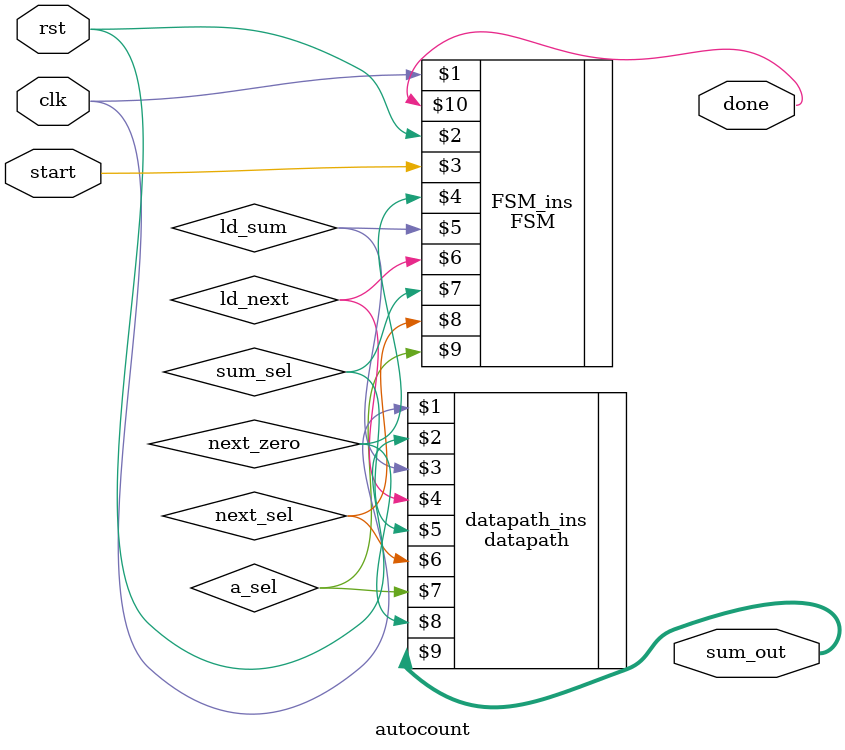
<source format=v>
`timescale 1ns / 1ps


module autocount(clk,rst,start,done, sum_out);
    parameter DATA_WIDTH = 32; 
    input clk,rst,start;
    output done;
    output [DATA_WIDTH-1:0] sum_out;

    wire ld_sum, ld_next, sum_sel, next_sel, a_sel, next_zero;

    datapath #(32, 4) datapath_ins(clk, rst, ld_sum, ld_next, sum_sel, next_sel, a_sel, next_zero, sum_out);
    FSM FSM_ins(clk, rst, start, next_zero, ld_sum, ld_next, sum_sel, next_sel, a_sel, done);
endmodule

</source>
